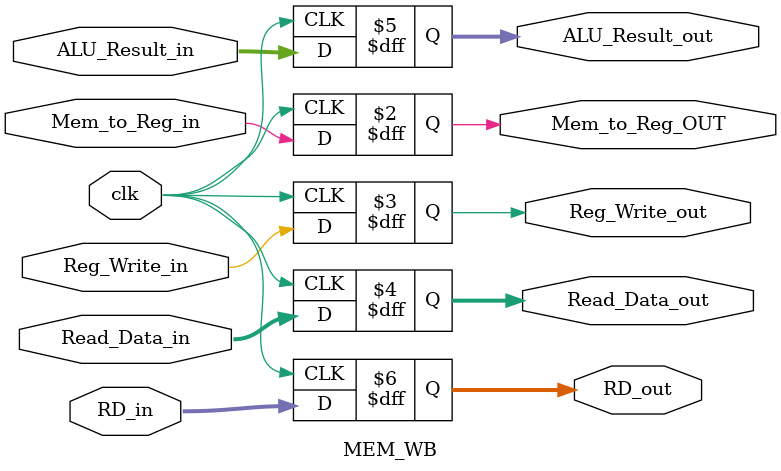
<source format=v>

module MEM_WB
(
	input clk,
	
	input Mem_to_Reg_in,
	input Reg_Write_in,
	input [31:0] Read_Data_in,
	input [31:0] ALU_Result_in,
	input [31:0] RD_in,

	output reg Mem_to_Reg_OUT,
	output reg Reg_Write_out,
	output reg [31:0] Read_Data_out,
	output reg [31:0] ALU_Result_out,
	output reg [31:0] RD_out
);


always@(negedge clk)
	begin
		
		Mem_to_Reg_OUT = Mem_to_Reg_in;
		Reg_Write_out = Reg_Write_in;
		RD_out = RD_in;
		Read_Data_out = Read_Data_in;
		ALU_Result_out = ALU_Result_in;


	end

endmodule
</source>
